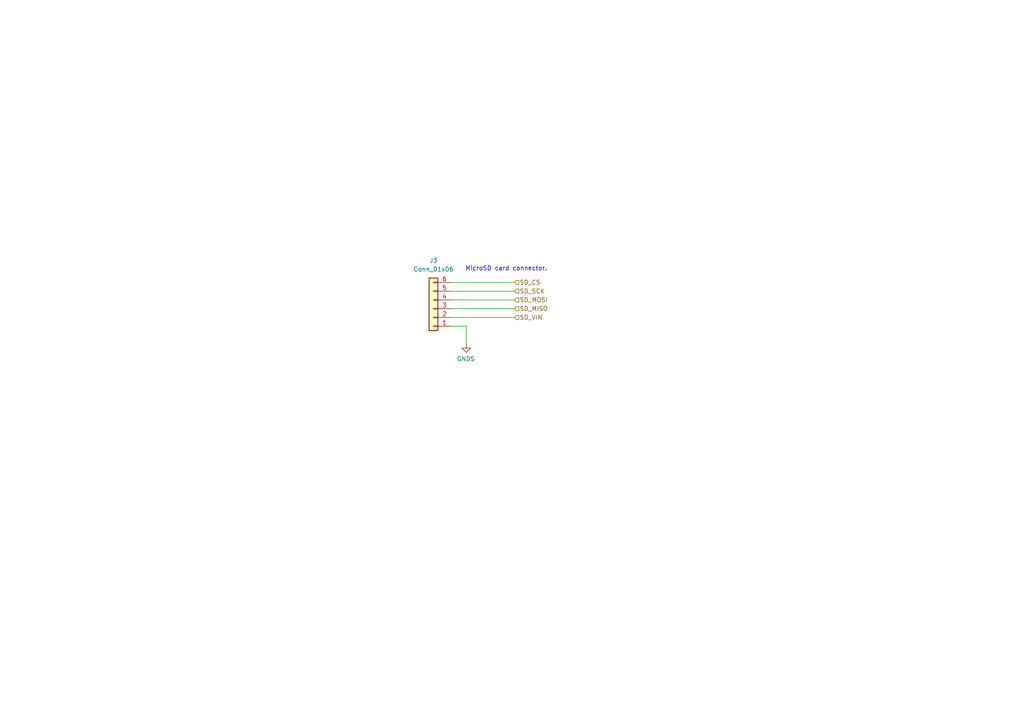
<source format=kicad_sch>
(kicad_sch (version 20211123) (generator eeschema)
  (paper "A4")
  (lib_symbols
    (symbol "Connector_Generic:Conn_01x06" (pin_names (offset 1.016) hide)
      (property "Reference" "J" (at 0 7.62 0))
      (property "Value" "Conn_01x06" (at 0 -10.16 0))
      (symbol "Conn_01x06_1_1"
        (rectangle (start -1.27 -7.493) (end 0 -7.747) (stroke (width 0.1524)))
        (rectangle (start -1.27 -4.953) (end 0 -5.207) (stroke (width 0.1524)))
        (rectangle (start -1.27 -2.413) (end 0 -2.667) (stroke (width 0.1524)))
        (rectangle (start -1.27 0.127) (end 0 -0.127) (stroke (width 0.1524)))
        (rectangle (start -1.27 2.667) (end 0 2.413) (stroke (width 0.1524)))
        (rectangle (start -1.27 5.207) (end 0 4.953) (stroke (width 0.1524)))
        (rectangle (start -1.27 6.35) (end 1.27 -8.89) (stroke (width 0.254)) (fill (type background)))
        (pin passive line (at -5.08 5.08 0) (length 3.81) (name "Pin_1") (number "1"))
        (pin passive line (at -5.08 2.54 0) (length 3.81) (name "Pin_2") (number "2"))
        (pin passive line (at -5.08 0 0) (length 3.81) (name "Pin_3") (number "3"))
        (pin passive line (at -5.08 -2.54 0) (length 3.81) (name "Pin_4") (number "4"))
        (pin passive line (at -5.08 -5.08 0) (length 3.81) (name "Pin_5") (number "5"))
        (pin passive line (at -5.08 -7.62 0) (length 3.81) (name "Pin_6") (number "6"))
      )
    )
    (symbol "power:GNDS" (power) (pin_names (offset 0))
      (property "Value" "GNDS" (at 0 -3.81 0))
      (symbol "GNDS_0_1"
        (polyline (pts (xy 0 0) (xy 0 -1.27) (xy 1.27 -1.27) (xy 0 -2.54) (xy -1.27 -1.27) (xy 0 -1.27)))
      )
      (symbol "GNDS_1_1"
        (pin power_in line (at 0 0 270) (length 0) hide (name "GNDS") (number "1"))
      )
    )
  )
  (wire (pts (xy 130.81 94.615) (xy 135.255 94.615)))
  (wire (pts (xy 149.225 81.915) (xy 130.81 81.915)))
  (wire (pts (xy 149.225 86.995) (xy 130.81 86.995)))
  (wire (pts (xy 149.225 89.535) (xy 130.81 89.535)))
  (wire (pts (xy 135.255 94.615) (xy 135.255 99.695)))
  (wire (pts (xy 149.225 84.455) (xy 130.81 84.455)))
  (wire (pts (xy 149.225 92.075) (xy 130.81 92.075)))
  (text "MicroSD card connector.\n" (at 158.75 78.74 180) (effects (font (size 1.27 1.27)) (justify right bottom)))
  (hierarchical_label "SD_VIN" (shape input) (at 149.225 92.075 0))
  (hierarchical_label "SD_MOSI" (shape input) (at 149.225 86.995 0))
  (hierarchical_label "SD_CS" (shape input) (at 149.225 81.915 0))
  (hierarchical_label "SD_SCK" (shape input) (at 149.225 84.455 0))
  (hierarchical_label "SD_MISO" (shape input) (at 149.225 89.535 0))
  (symbol (lib_id "power:GNDS") (at 135.255 99.695 0) (mirror y) (unit 1)
    (property "Reference" "#PWR0113" (effects hide))
    (property "Value" "GNDS" (at 135.128 104.0892 0))
  )
  (symbol (lib_id "Connector_Generic:Conn_01x06") (at 125.73 89.535 180) (unit 1)
    (property "Reference" "J3" (at 125.73 75.565 0))
    (property "Value" "Conn_01x06" (at 125.73 78.105 0))
    (property "Footprint" "Connector_PinSocket_2.54mm:PinSocket_1x06_P2.54mm_Horizontal" (effects hide))
  )
)
</source>
